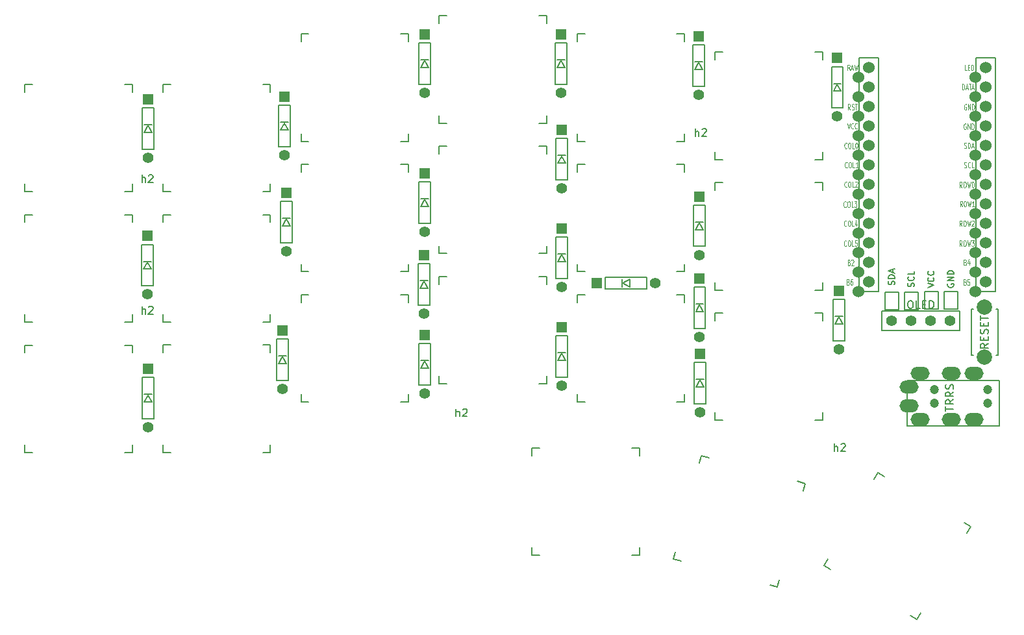
<source format=gto>
G04 #@! TF.GenerationSoftware,KiCad,Pcbnew,(6.0.8-1)-1*
G04 #@! TF.CreationDate,2023-02-26T16:34:21+02:00*
G04 #@! TF.ProjectId,chococorne,63686f63-6f63-46f7-926e-652e6b696361,2.1*
G04 #@! TF.SameCoordinates,Original*
G04 #@! TF.FileFunction,Legend,Top*
G04 #@! TF.FilePolarity,Positive*
%FSLAX46Y46*%
G04 Gerber Fmt 4.6, Leading zero omitted, Abs format (unit mm)*
G04 Created by KiCad (PCBNEW (6.0.8-1)-1) date 2023-02-26 16:34:21*
%MOMM*%
%LPD*%
G01*
G04 APERTURE LIST*
%ADD10C,0.150000*%
%ADD11C,0.125000*%
%ADD12R,1.397000X1.397000*%
%ADD13C,1.397000*%
%ADD14C,1.200000*%
%ADD15O,2.500000X1.700000*%
%ADD16C,1.524000*%
%ADD17C,2.000000*%
G04 APERTURE END LIST*
D10*
X180962380Y-101181904D02*
X180962380Y-100610476D01*
X181962380Y-100896190D02*
X180962380Y-100896190D01*
X181962380Y-99705714D02*
X181486190Y-100039047D01*
X181962380Y-100277142D02*
X180962380Y-100277142D01*
X180962380Y-99896190D01*
X181010000Y-99800952D01*
X181057619Y-99753333D01*
X181152857Y-99705714D01*
X181295714Y-99705714D01*
X181390952Y-99753333D01*
X181438571Y-99800952D01*
X181486190Y-99896190D01*
X181486190Y-100277142D01*
X181962380Y-98705714D02*
X181486190Y-99039047D01*
X181962380Y-99277142D02*
X180962380Y-99277142D01*
X180962380Y-98896190D01*
X181010000Y-98800952D01*
X181057619Y-98753333D01*
X181152857Y-98705714D01*
X181295714Y-98705714D01*
X181390952Y-98753333D01*
X181438571Y-98800952D01*
X181486190Y-98896190D01*
X181486190Y-99277142D01*
X181914761Y-98324761D02*
X181962380Y-98181904D01*
X181962380Y-97943809D01*
X181914761Y-97848571D01*
X181867142Y-97800952D01*
X181771904Y-97753333D01*
X181676666Y-97753333D01*
X181581428Y-97800952D01*
X181533809Y-97848571D01*
X181486190Y-97943809D01*
X181438571Y-98134285D01*
X181390952Y-98229523D01*
X181343333Y-98277142D01*
X181248095Y-98324761D01*
X181152857Y-98324761D01*
X181057619Y-98277142D01*
X181010000Y-98229523D01*
X180962380Y-98134285D01*
X180962380Y-97896190D01*
X181010000Y-97753333D01*
D11*
X168062380Y-66877857D02*
X168038571Y-66913571D01*
X167967142Y-66949285D01*
X167919523Y-66949285D01*
X167848095Y-66913571D01*
X167800476Y-66842142D01*
X167776666Y-66770714D01*
X167752857Y-66627857D01*
X167752857Y-66520714D01*
X167776666Y-66377857D01*
X167800476Y-66306428D01*
X167848095Y-66235000D01*
X167919523Y-66199285D01*
X167967142Y-66199285D01*
X168038571Y-66235000D01*
X168062380Y-66270714D01*
X168371904Y-66199285D02*
X168467142Y-66199285D01*
X168514761Y-66235000D01*
X168562380Y-66306428D01*
X168586190Y-66449285D01*
X168586190Y-66699285D01*
X168562380Y-66842142D01*
X168514761Y-66913571D01*
X168467142Y-66949285D01*
X168371904Y-66949285D01*
X168324285Y-66913571D01*
X168276666Y-66842142D01*
X168252857Y-66699285D01*
X168252857Y-66449285D01*
X168276666Y-66306428D01*
X168324285Y-66235000D01*
X168371904Y-66199285D01*
X169038571Y-66949285D02*
X168800476Y-66949285D01*
X168800476Y-66199285D01*
X169300476Y-66199285D02*
X169348095Y-66199285D01*
X169395714Y-66235000D01*
X169419523Y-66270714D01*
X169443333Y-66342142D01*
X169467142Y-66485000D01*
X169467142Y-66663571D01*
X169443333Y-66806428D01*
X169419523Y-66877857D01*
X169395714Y-66913571D01*
X169348095Y-66949285D01*
X169300476Y-66949285D01*
X169252857Y-66913571D01*
X169229047Y-66877857D01*
X169205238Y-66806428D01*
X169181428Y-66663571D01*
X169181428Y-66485000D01*
X169205238Y-66342142D01*
X169229047Y-66270714D01*
X169252857Y-66235000D01*
X169300476Y-66199285D01*
X183688571Y-56771285D02*
X183450476Y-56771285D01*
X183450476Y-56021285D01*
X183855238Y-56378428D02*
X184021904Y-56378428D01*
X184093333Y-56771285D02*
X183855238Y-56771285D01*
X183855238Y-56021285D01*
X184093333Y-56021285D01*
X184307619Y-56771285D02*
X184307619Y-56021285D01*
X184426666Y-56021285D01*
X184498095Y-56057000D01*
X184545714Y-56128428D01*
X184569523Y-56199857D01*
X184593333Y-56342714D01*
X184593333Y-56449857D01*
X184569523Y-56592714D01*
X184545714Y-56664142D01*
X184498095Y-56735571D01*
X184426666Y-56771285D01*
X184307619Y-56771285D01*
X183590047Y-63740500D02*
X183542428Y-63704785D01*
X183471000Y-63704785D01*
X183399571Y-63740500D01*
X183351952Y-63811928D01*
X183328142Y-63883357D01*
X183304333Y-64026214D01*
X183304333Y-64133357D01*
X183328142Y-64276214D01*
X183351952Y-64347642D01*
X183399571Y-64419071D01*
X183471000Y-64454785D01*
X183518619Y-64454785D01*
X183590047Y-64419071D01*
X183613857Y-64383357D01*
X183613857Y-64133357D01*
X183518619Y-64133357D01*
X183828142Y-64454785D02*
X183828142Y-63704785D01*
X184113857Y-64454785D01*
X184113857Y-63704785D01*
X184351952Y-64454785D02*
X184351952Y-63704785D01*
X184471000Y-63704785D01*
X184542428Y-63740500D01*
X184590047Y-63811928D01*
X184613857Y-63883357D01*
X184637666Y-64026214D01*
X184637666Y-64133357D01*
X184613857Y-64276214D01*
X184590047Y-64347642D01*
X184542428Y-64419071D01*
X184471000Y-64454785D01*
X184351952Y-64454785D01*
X183079047Y-72049285D02*
X182912380Y-71692142D01*
X182793333Y-72049285D02*
X182793333Y-71299285D01*
X182983809Y-71299285D01*
X183031428Y-71335000D01*
X183055238Y-71370714D01*
X183079047Y-71442142D01*
X183079047Y-71549285D01*
X183055238Y-71620714D01*
X183031428Y-71656428D01*
X182983809Y-71692142D01*
X182793333Y-71692142D01*
X183388571Y-71299285D02*
X183483809Y-71299285D01*
X183531428Y-71335000D01*
X183579047Y-71406428D01*
X183602857Y-71549285D01*
X183602857Y-71799285D01*
X183579047Y-71942142D01*
X183531428Y-72013571D01*
X183483809Y-72049285D01*
X183388571Y-72049285D01*
X183340952Y-72013571D01*
X183293333Y-71942142D01*
X183269523Y-71799285D01*
X183269523Y-71549285D01*
X183293333Y-71406428D01*
X183340952Y-71335000D01*
X183388571Y-71299285D01*
X183769523Y-71299285D02*
X183888571Y-72049285D01*
X183983809Y-71513571D01*
X184079047Y-72049285D01*
X184198095Y-71299285D01*
X184483809Y-71299285D02*
X184531428Y-71299285D01*
X184579047Y-71335000D01*
X184602857Y-71370714D01*
X184626666Y-71442142D01*
X184650476Y-71585000D01*
X184650476Y-71763571D01*
X184626666Y-71906428D01*
X184602857Y-71977857D01*
X184579047Y-72013571D01*
X184531428Y-72049285D01*
X184483809Y-72049285D01*
X184436190Y-72013571D01*
X184412380Y-71977857D01*
X184388571Y-71906428D01*
X184364761Y-71763571D01*
X184364761Y-71585000D01*
X184388571Y-71442142D01*
X184412380Y-71370714D01*
X184436190Y-71335000D01*
X184483809Y-71299285D01*
X183110000Y-59299285D02*
X183110000Y-58549285D01*
X183229047Y-58549285D01*
X183300476Y-58585000D01*
X183348095Y-58656428D01*
X183371904Y-58727857D01*
X183395714Y-58870714D01*
X183395714Y-58977857D01*
X183371904Y-59120714D01*
X183348095Y-59192142D01*
X183300476Y-59263571D01*
X183229047Y-59299285D01*
X183110000Y-59299285D01*
X183586190Y-59085000D02*
X183824285Y-59085000D01*
X183538571Y-59299285D02*
X183705238Y-58549285D01*
X183871904Y-59299285D01*
X183967142Y-58549285D02*
X184252857Y-58549285D01*
X184110000Y-59299285D02*
X184110000Y-58549285D01*
X184395714Y-59085000D02*
X184633809Y-59085000D01*
X184348095Y-59299285D02*
X184514761Y-58549285D01*
X184681428Y-59299285D01*
X183079047Y-77099285D02*
X182912380Y-76742142D01*
X182793333Y-77099285D02*
X182793333Y-76349285D01*
X182983809Y-76349285D01*
X183031428Y-76385000D01*
X183055238Y-76420714D01*
X183079047Y-76492142D01*
X183079047Y-76599285D01*
X183055238Y-76670714D01*
X183031428Y-76706428D01*
X182983809Y-76742142D01*
X182793333Y-76742142D01*
X183388571Y-76349285D02*
X183483809Y-76349285D01*
X183531428Y-76385000D01*
X183579047Y-76456428D01*
X183602857Y-76599285D01*
X183602857Y-76849285D01*
X183579047Y-76992142D01*
X183531428Y-77063571D01*
X183483809Y-77099285D01*
X183388571Y-77099285D01*
X183340952Y-77063571D01*
X183293333Y-76992142D01*
X183269523Y-76849285D01*
X183269523Y-76599285D01*
X183293333Y-76456428D01*
X183340952Y-76385000D01*
X183388571Y-76349285D01*
X183769523Y-76349285D02*
X183888571Y-77099285D01*
X183983809Y-76563571D01*
X184079047Y-77099285D01*
X184198095Y-76349285D01*
X184364761Y-76420714D02*
X184388571Y-76385000D01*
X184436190Y-76349285D01*
X184555238Y-76349285D01*
X184602857Y-76385000D01*
X184626666Y-76420714D01*
X184650476Y-76492142D01*
X184650476Y-76563571D01*
X184626666Y-76670714D01*
X184340952Y-77099285D01*
X184650476Y-77099285D01*
X168112380Y-69399857D02*
X168088571Y-69435571D01*
X168017142Y-69471285D01*
X167969523Y-69471285D01*
X167898095Y-69435571D01*
X167850476Y-69364142D01*
X167826666Y-69292714D01*
X167802857Y-69149857D01*
X167802857Y-69042714D01*
X167826666Y-68899857D01*
X167850476Y-68828428D01*
X167898095Y-68757000D01*
X167969523Y-68721285D01*
X168017142Y-68721285D01*
X168088571Y-68757000D01*
X168112380Y-68792714D01*
X168421904Y-68721285D02*
X168517142Y-68721285D01*
X168564761Y-68757000D01*
X168612380Y-68828428D01*
X168636190Y-68971285D01*
X168636190Y-69221285D01*
X168612380Y-69364142D01*
X168564761Y-69435571D01*
X168517142Y-69471285D01*
X168421904Y-69471285D01*
X168374285Y-69435571D01*
X168326666Y-69364142D01*
X168302857Y-69221285D01*
X168302857Y-68971285D01*
X168326666Y-68828428D01*
X168374285Y-68757000D01*
X168421904Y-68721285D01*
X169088571Y-69471285D02*
X168850476Y-69471285D01*
X168850476Y-68721285D01*
X169517142Y-69471285D02*
X169231428Y-69471285D01*
X169374285Y-69471285D02*
X169374285Y-68721285D01*
X169326666Y-68828428D01*
X169279047Y-68899857D01*
X169231428Y-68935571D01*
X183375761Y-69435571D02*
X183447190Y-69471285D01*
X183566238Y-69471285D01*
X183613857Y-69435571D01*
X183637666Y-69399857D01*
X183661476Y-69328428D01*
X183661476Y-69257000D01*
X183637666Y-69185571D01*
X183613857Y-69149857D01*
X183566238Y-69114142D01*
X183471000Y-69078428D01*
X183423380Y-69042714D01*
X183399571Y-69007000D01*
X183375761Y-68935571D01*
X183375761Y-68864142D01*
X183399571Y-68792714D01*
X183423380Y-68757000D01*
X183471000Y-68721285D01*
X183590047Y-68721285D01*
X183661476Y-68757000D01*
X184161476Y-69399857D02*
X184137666Y-69435571D01*
X184066238Y-69471285D01*
X184018619Y-69471285D01*
X183947190Y-69435571D01*
X183899571Y-69364142D01*
X183875761Y-69292714D01*
X183851952Y-69149857D01*
X183851952Y-69042714D01*
X183875761Y-68899857D01*
X183899571Y-68828428D01*
X183947190Y-68757000D01*
X184018619Y-68721285D01*
X184066238Y-68721285D01*
X184137666Y-68757000D01*
X184161476Y-68792714D01*
X184613857Y-69471285D02*
X184375761Y-69471285D01*
X184375761Y-68721285D01*
X168012380Y-79623357D02*
X167988571Y-79659071D01*
X167917142Y-79694785D01*
X167869523Y-79694785D01*
X167798095Y-79659071D01*
X167750476Y-79587642D01*
X167726666Y-79516214D01*
X167702857Y-79373357D01*
X167702857Y-79266214D01*
X167726666Y-79123357D01*
X167750476Y-79051928D01*
X167798095Y-78980500D01*
X167869523Y-78944785D01*
X167917142Y-78944785D01*
X167988571Y-78980500D01*
X168012380Y-79016214D01*
X168321904Y-78944785D02*
X168417142Y-78944785D01*
X168464761Y-78980500D01*
X168512380Y-79051928D01*
X168536190Y-79194785D01*
X168536190Y-79444785D01*
X168512380Y-79587642D01*
X168464761Y-79659071D01*
X168417142Y-79694785D01*
X168321904Y-79694785D01*
X168274285Y-79659071D01*
X168226666Y-79587642D01*
X168202857Y-79444785D01*
X168202857Y-79194785D01*
X168226666Y-79051928D01*
X168274285Y-78980500D01*
X168321904Y-78944785D01*
X168988571Y-79694785D02*
X168750476Y-79694785D01*
X168750476Y-78944785D01*
X169393333Y-78944785D02*
X169155238Y-78944785D01*
X169131428Y-79301928D01*
X169155238Y-79266214D01*
X169202857Y-79230500D01*
X169321904Y-79230500D01*
X169369523Y-79266214D01*
X169393333Y-79301928D01*
X169417142Y-79373357D01*
X169417142Y-79551928D01*
X169393333Y-79623357D01*
X169369523Y-79659071D01*
X169321904Y-79694785D01*
X169202857Y-79694785D01*
X169155238Y-79659071D01*
X169131428Y-79623357D01*
X183590047Y-63740500D02*
X183542428Y-63704785D01*
X183471000Y-63704785D01*
X183399571Y-63740500D01*
X183351952Y-63811928D01*
X183328142Y-63883357D01*
X183304333Y-64026214D01*
X183304333Y-64133357D01*
X183328142Y-64276214D01*
X183351952Y-64347642D01*
X183399571Y-64419071D01*
X183471000Y-64454785D01*
X183518619Y-64454785D01*
X183590047Y-64419071D01*
X183613857Y-64383357D01*
X183613857Y-64133357D01*
X183518619Y-64133357D01*
X183828142Y-64454785D02*
X183828142Y-63704785D01*
X184113857Y-64454785D01*
X184113857Y-63704785D01*
X184351952Y-64454785D02*
X184351952Y-63704785D01*
X184471000Y-63704785D01*
X184542428Y-63740500D01*
X184590047Y-63811928D01*
X184613857Y-63883357D01*
X184637666Y-64026214D01*
X184637666Y-64133357D01*
X184613857Y-64276214D01*
X184590047Y-64347642D01*
X184542428Y-64419071D01*
X184471000Y-64454785D01*
X184351952Y-64454785D01*
X168357619Y-81806428D02*
X168429047Y-81842142D01*
X168452857Y-81877857D01*
X168476666Y-81949285D01*
X168476666Y-82056428D01*
X168452857Y-82127857D01*
X168429047Y-82163571D01*
X168381428Y-82199285D01*
X168190952Y-82199285D01*
X168190952Y-81449285D01*
X168357619Y-81449285D01*
X168405238Y-81485000D01*
X168429047Y-81520714D01*
X168452857Y-81592142D01*
X168452857Y-81663571D01*
X168429047Y-81735000D01*
X168405238Y-81770714D01*
X168357619Y-81806428D01*
X168190952Y-81806428D01*
X168667142Y-81520714D02*
X168690952Y-81485000D01*
X168738571Y-81449285D01*
X168857619Y-81449285D01*
X168905238Y-81485000D01*
X168929047Y-81520714D01*
X168952857Y-81592142D01*
X168952857Y-81663571D01*
X168929047Y-81770714D01*
X168643333Y-82199285D01*
X168952857Y-82199285D01*
X183507619Y-84381928D02*
X183579047Y-84417642D01*
X183602857Y-84453357D01*
X183626666Y-84524785D01*
X183626666Y-84631928D01*
X183602857Y-84703357D01*
X183579047Y-84739071D01*
X183531428Y-84774785D01*
X183340952Y-84774785D01*
X183340952Y-84024785D01*
X183507619Y-84024785D01*
X183555238Y-84060500D01*
X183579047Y-84096214D01*
X183602857Y-84167642D01*
X183602857Y-84239071D01*
X183579047Y-84310500D01*
X183555238Y-84346214D01*
X183507619Y-84381928D01*
X183340952Y-84381928D01*
X184079047Y-84024785D02*
X183840952Y-84024785D01*
X183817142Y-84381928D01*
X183840952Y-84346214D01*
X183888571Y-84310500D01*
X184007619Y-84310500D01*
X184055238Y-84346214D01*
X184079047Y-84381928D01*
X184102857Y-84453357D01*
X184102857Y-84631928D01*
X184079047Y-84703357D01*
X184055238Y-84739071D01*
X184007619Y-84774785D01*
X183888571Y-84774785D01*
X183840952Y-84739071D01*
X183817142Y-84703357D01*
X183129047Y-74551285D02*
X182962380Y-74194142D01*
X182843333Y-74551285D02*
X182843333Y-73801285D01*
X183033809Y-73801285D01*
X183081428Y-73837000D01*
X183105238Y-73872714D01*
X183129047Y-73944142D01*
X183129047Y-74051285D01*
X183105238Y-74122714D01*
X183081428Y-74158428D01*
X183033809Y-74194142D01*
X182843333Y-74194142D01*
X183438571Y-73801285D02*
X183533809Y-73801285D01*
X183581428Y-73837000D01*
X183629047Y-73908428D01*
X183652857Y-74051285D01*
X183652857Y-74301285D01*
X183629047Y-74444142D01*
X183581428Y-74515571D01*
X183533809Y-74551285D01*
X183438571Y-74551285D01*
X183390952Y-74515571D01*
X183343333Y-74444142D01*
X183319523Y-74301285D01*
X183319523Y-74051285D01*
X183343333Y-73908428D01*
X183390952Y-73837000D01*
X183438571Y-73801285D01*
X183819523Y-73801285D02*
X183938571Y-74551285D01*
X184033809Y-74015571D01*
X184129047Y-74551285D01*
X184248095Y-73801285D01*
X184700476Y-74551285D02*
X184414761Y-74551285D01*
X184557619Y-74551285D02*
X184557619Y-73801285D01*
X184510000Y-73908428D01*
X184462380Y-73979857D01*
X184414761Y-74015571D01*
X168520690Y-61914785D02*
X168354023Y-61557642D01*
X168234976Y-61914785D02*
X168234976Y-61164785D01*
X168425452Y-61164785D01*
X168473071Y-61200500D01*
X168496880Y-61236214D01*
X168520690Y-61307642D01*
X168520690Y-61414785D01*
X168496880Y-61486214D01*
X168473071Y-61521928D01*
X168425452Y-61557642D01*
X168234976Y-61557642D01*
X168711166Y-61879071D02*
X168782595Y-61914785D01*
X168901642Y-61914785D01*
X168949261Y-61879071D01*
X168973071Y-61843357D01*
X168996880Y-61771928D01*
X168996880Y-61700500D01*
X168973071Y-61629071D01*
X168949261Y-61593357D01*
X168901642Y-61557642D01*
X168806404Y-61521928D01*
X168758785Y-61486214D01*
X168734976Y-61450500D01*
X168711166Y-61379071D01*
X168711166Y-61307642D01*
X168734976Y-61236214D01*
X168758785Y-61200500D01*
X168806404Y-61164785D01*
X168925452Y-61164785D01*
X168996880Y-61200500D01*
X169139738Y-61164785D02*
X169425452Y-61164785D01*
X169282595Y-61914785D02*
X169282595Y-61164785D01*
X168449261Y-56771285D02*
X168282595Y-56414142D01*
X168163547Y-56771285D02*
X168163547Y-56021285D01*
X168354023Y-56021285D01*
X168401642Y-56057000D01*
X168425452Y-56092714D01*
X168449261Y-56164142D01*
X168449261Y-56271285D01*
X168425452Y-56342714D01*
X168401642Y-56378428D01*
X168354023Y-56414142D01*
X168163547Y-56414142D01*
X168639738Y-56557000D02*
X168877833Y-56557000D01*
X168592119Y-56771285D02*
X168758785Y-56021285D01*
X168925452Y-56771285D01*
X169044500Y-56021285D02*
X169163547Y-56771285D01*
X169258785Y-56235571D01*
X169354023Y-56771285D01*
X169473071Y-56021285D01*
X183507619Y-81778428D02*
X183579047Y-81814142D01*
X183602857Y-81849857D01*
X183626666Y-81921285D01*
X183626666Y-82028428D01*
X183602857Y-82099857D01*
X183579047Y-82135571D01*
X183531428Y-82171285D01*
X183340952Y-82171285D01*
X183340952Y-81421285D01*
X183507619Y-81421285D01*
X183555238Y-81457000D01*
X183579047Y-81492714D01*
X183602857Y-81564142D01*
X183602857Y-81635571D01*
X183579047Y-81707000D01*
X183555238Y-81742714D01*
X183507619Y-81778428D01*
X183340952Y-81778428D01*
X184055238Y-81671285D02*
X184055238Y-82171285D01*
X183936190Y-81385571D02*
X183817142Y-81921285D01*
X184126666Y-81921285D01*
X168127833Y-63641285D02*
X168294500Y-64391285D01*
X168461166Y-63641285D01*
X168913547Y-64319857D02*
X168889738Y-64355571D01*
X168818309Y-64391285D01*
X168770690Y-64391285D01*
X168699261Y-64355571D01*
X168651642Y-64284142D01*
X168627833Y-64212714D01*
X168604023Y-64069857D01*
X168604023Y-63962714D01*
X168627833Y-63819857D01*
X168651642Y-63748428D01*
X168699261Y-63677000D01*
X168770690Y-63641285D01*
X168818309Y-63641285D01*
X168889738Y-63677000D01*
X168913547Y-63712714D01*
X169413547Y-64319857D02*
X169389738Y-64355571D01*
X169318309Y-64391285D01*
X169270690Y-64391285D01*
X169199261Y-64355571D01*
X169151642Y-64284142D01*
X169127833Y-64212714D01*
X169104023Y-64069857D01*
X169104023Y-63962714D01*
X169127833Y-63819857D01*
X169151642Y-63748428D01*
X169199261Y-63677000D01*
X169270690Y-63641285D01*
X169318309Y-63641285D01*
X169389738Y-63677000D01*
X169413547Y-63712714D01*
X183079047Y-79694785D02*
X182912380Y-79337642D01*
X182793333Y-79694785D02*
X182793333Y-78944785D01*
X182983809Y-78944785D01*
X183031428Y-78980500D01*
X183055238Y-79016214D01*
X183079047Y-79087642D01*
X183079047Y-79194785D01*
X183055238Y-79266214D01*
X183031428Y-79301928D01*
X182983809Y-79337642D01*
X182793333Y-79337642D01*
X183388571Y-78944785D02*
X183483809Y-78944785D01*
X183531428Y-78980500D01*
X183579047Y-79051928D01*
X183602857Y-79194785D01*
X183602857Y-79444785D01*
X183579047Y-79587642D01*
X183531428Y-79659071D01*
X183483809Y-79694785D01*
X183388571Y-79694785D01*
X183340952Y-79659071D01*
X183293333Y-79587642D01*
X183269523Y-79444785D01*
X183269523Y-79194785D01*
X183293333Y-79051928D01*
X183340952Y-78980500D01*
X183388571Y-78944785D01*
X183769523Y-78944785D02*
X183888571Y-79694785D01*
X183983809Y-79159071D01*
X184079047Y-79694785D01*
X184198095Y-78944785D01*
X184340952Y-78944785D02*
X184650476Y-78944785D01*
X184483809Y-79230500D01*
X184555238Y-79230500D01*
X184602857Y-79266214D01*
X184626666Y-79301928D01*
X184650476Y-79373357D01*
X184650476Y-79551928D01*
X184626666Y-79623357D01*
X184602857Y-79659071D01*
X184555238Y-79694785D01*
X184412380Y-79694785D01*
X184364761Y-79659071D01*
X184340952Y-79623357D01*
X167962380Y-74527857D02*
X167938571Y-74563571D01*
X167867142Y-74599285D01*
X167819523Y-74599285D01*
X167748095Y-74563571D01*
X167700476Y-74492142D01*
X167676666Y-74420714D01*
X167652857Y-74277857D01*
X167652857Y-74170714D01*
X167676666Y-74027857D01*
X167700476Y-73956428D01*
X167748095Y-73885000D01*
X167819523Y-73849285D01*
X167867142Y-73849285D01*
X167938571Y-73885000D01*
X167962380Y-73920714D01*
X168271904Y-73849285D02*
X168367142Y-73849285D01*
X168414761Y-73885000D01*
X168462380Y-73956428D01*
X168486190Y-74099285D01*
X168486190Y-74349285D01*
X168462380Y-74492142D01*
X168414761Y-74563571D01*
X168367142Y-74599285D01*
X168271904Y-74599285D01*
X168224285Y-74563571D01*
X168176666Y-74492142D01*
X168152857Y-74349285D01*
X168152857Y-74099285D01*
X168176666Y-73956428D01*
X168224285Y-73885000D01*
X168271904Y-73849285D01*
X168938571Y-74599285D02*
X168700476Y-74599285D01*
X168700476Y-73849285D01*
X169057619Y-73849285D02*
X169367142Y-73849285D01*
X169200476Y-74135000D01*
X169271904Y-74135000D01*
X169319523Y-74170714D01*
X169343333Y-74206428D01*
X169367142Y-74277857D01*
X169367142Y-74456428D01*
X169343333Y-74527857D01*
X169319523Y-74563571D01*
X169271904Y-74599285D01*
X169129047Y-74599285D01*
X169081428Y-74563571D01*
X169057619Y-74527857D01*
X183363857Y-66895571D02*
X183435285Y-66931285D01*
X183554333Y-66931285D01*
X183601952Y-66895571D01*
X183625761Y-66859857D01*
X183649571Y-66788428D01*
X183649571Y-66717000D01*
X183625761Y-66645571D01*
X183601952Y-66609857D01*
X183554333Y-66574142D01*
X183459095Y-66538428D01*
X183411476Y-66502714D01*
X183387666Y-66467000D01*
X183363857Y-66395571D01*
X183363857Y-66324142D01*
X183387666Y-66252714D01*
X183411476Y-66217000D01*
X183459095Y-66181285D01*
X183578142Y-66181285D01*
X183649571Y-66217000D01*
X183863857Y-66931285D02*
X183863857Y-66181285D01*
X183982904Y-66181285D01*
X184054333Y-66217000D01*
X184101952Y-66288428D01*
X184125761Y-66359857D01*
X184149571Y-66502714D01*
X184149571Y-66609857D01*
X184125761Y-66752714D01*
X184101952Y-66824142D01*
X184054333Y-66895571D01*
X183982904Y-66931285D01*
X183863857Y-66931285D01*
X184340047Y-66717000D02*
X184578142Y-66717000D01*
X184292428Y-66931285D02*
X184459095Y-66181285D01*
X184625761Y-66931285D01*
X168062380Y-71939857D02*
X168038571Y-71975571D01*
X167967142Y-72011285D01*
X167919523Y-72011285D01*
X167848095Y-71975571D01*
X167800476Y-71904142D01*
X167776666Y-71832714D01*
X167752857Y-71689857D01*
X167752857Y-71582714D01*
X167776666Y-71439857D01*
X167800476Y-71368428D01*
X167848095Y-71297000D01*
X167919523Y-71261285D01*
X167967142Y-71261285D01*
X168038571Y-71297000D01*
X168062380Y-71332714D01*
X168371904Y-71261285D02*
X168467142Y-71261285D01*
X168514761Y-71297000D01*
X168562380Y-71368428D01*
X168586190Y-71511285D01*
X168586190Y-71761285D01*
X168562380Y-71904142D01*
X168514761Y-71975571D01*
X168467142Y-72011285D01*
X168371904Y-72011285D01*
X168324285Y-71975571D01*
X168276666Y-71904142D01*
X168252857Y-71761285D01*
X168252857Y-71511285D01*
X168276666Y-71368428D01*
X168324285Y-71297000D01*
X168371904Y-71261285D01*
X169038571Y-72011285D02*
X168800476Y-72011285D01*
X168800476Y-71261285D01*
X169181428Y-71332714D02*
X169205238Y-71297000D01*
X169252857Y-71261285D01*
X169371904Y-71261285D01*
X169419523Y-71297000D01*
X169443333Y-71332714D01*
X169467142Y-71404142D01*
X169467142Y-71475571D01*
X169443333Y-71582714D01*
X169157619Y-72011285D01*
X169467142Y-72011285D01*
X168012380Y-77027857D02*
X167988571Y-77063571D01*
X167917142Y-77099285D01*
X167869523Y-77099285D01*
X167798095Y-77063571D01*
X167750476Y-76992142D01*
X167726666Y-76920714D01*
X167702857Y-76777857D01*
X167702857Y-76670714D01*
X167726666Y-76527857D01*
X167750476Y-76456428D01*
X167798095Y-76385000D01*
X167869523Y-76349285D01*
X167917142Y-76349285D01*
X167988571Y-76385000D01*
X168012380Y-76420714D01*
X168321904Y-76349285D02*
X168417142Y-76349285D01*
X168464761Y-76385000D01*
X168512380Y-76456428D01*
X168536190Y-76599285D01*
X168536190Y-76849285D01*
X168512380Y-76992142D01*
X168464761Y-77063571D01*
X168417142Y-77099285D01*
X168321904Y-77099285D01*
X168274285Y-77063571D01*
X168226666Y-76992142D01*
X168202857Y-76849285D01*
X168202857Y-76599285D01*
X168226666Y-76456428D01*
X168274285Y-76385000D01*
X168321904Y-76349285D01*
X168988571Y-77099285D02*
X168750476Y-77099285D01*
X168750476Y-76349285D01*
X169369523Y-76599285D02*
X169369523Y-77099285D01*
X169250476Y-76313571D02*
X169131428Y-76849285D01*
X169440952Y-76849285D01*
X183653547Y-61200500D02*
X183605928Y-61164785D01*
X183534500Y-61164785D01*
X183463071Y-61200500D01*
X183415452Y-61271928D01*
X183391642Y-61343357D01*
X183367833Y-61486214D01*
X183367833Y-61593357D01*
X183391642Y-61736214D01*
X183415452Y-61807642D01*
X183463071Y-61879071D01*
X183534500Y-61914785D01*
X183582119Y-61914785D01*
X183653547Y-61879071D01*
X183677357Y-61843357D01*
X183677357Y-61593357D01*
X183582119Y-61593357D01*
X183891642Y-61914785D02*
X183891642Y-61164785D01*
X184177357Y-61914785D01*
X184177357Y-61164785D01*
X184415452Y-61914785D02*
X184415452Y-61164785D01*
X184534500Y-61164785D01*
X184605928Y-61200500D01*
X184653547Y-61271928D01*
X184677357Y-61343357D01*
X184701166Y-61486214D01*
X184701166Y-61593357D01*
X184677357Y-61736214D01*
X184653547Y-61807642D01*
X184605928Y-61879071D01*
X184534500Y-61914785D01*
X184415452Y-61914785D01*
X168257619Y-84356428D02*
X168329047Y-84392142D01*
X168352857Y-84427857D01*
X168376666Y-84499285D01*
X168376666Y-84606428D01*
X168352857Y-84677857D01*
X168329047Y-84713571D01*
X168281428Y-84749285D01*
X168090952Y-84749285D01*
X168090952Y-83999285D01*
X168257619Y-83999285D01*
X168305238Y-84035000D01*
X168329047Y-84070714D01*
X168352857Y-84142142D01*
X168352857Y-84213571D01*
X168329047Y-84285000D01*
X168305238Y-84320714D01*
X168257619Y-84356428D01*
X168090952Y-84356428D01*
X168805238Y-83999285D02*
X168710000Y-83999285D01*
X168662380Y-84035000D01*
X168638571Y-84070714D01*
X168590952Y-84177857D01*
X168567142Y-84320714D01*
X168567142Y-84606428D01*
X168590952Y-84677857D01*
X168614761Y-84713571D01*
X168662380Y-84749285D01*
X168757619Y-84749285D01*
X168805238Y-84713571D01*
X168829047Y-84677857D01*
X168852857Y-84606428D01*
X168852857Y-84427857D01*
X168829047Y-84356428D01*
X168805238Y-84320714D01*
X168757619Y-84285000D01*
X168662380Y-84285000D01*
X168614761Y-84320714D01*
X168590952Y-84356428D01*
X168567142Y-84427857D01*
D10*
X178624895Y-85069733D02*
X179437695Y-84798800D01*
X178624895Y-84527866D01*
X179360285Y-83792476D02*
X179398990Y-83831180D01*
X179437695Y-83947295D01*
X179437695Y-84024704D01*
X179398990Y-84140819D01*
X179321580Y-84218228D01*
X179244171Y-84256933D01*
X179089352Y-84295638D01*
X178973238Y-84295638D01*
X178818419Y-84256933D01*
X178741009Y-84218228D01*
X178663600Y-84140819D01*
X178624895Y-84024704D01*
X178624895Y-83947295D01*
X178663600Y-83831180D01*
X178702304Y-83792476D01*
X179360285Y-82979676D02*
X179398990Y-83018380D01*
X179437695Y-83134495D01*
X179437695Y-83211904D01*
X179398990Y-83328019D01*
X179321580Y-83405428D01*
X179244171Y-83444133D01*
X179089352Y-83482838D01*
X178973238Y-83482838D01*
X178818419Y-83444133D01*
X178741009Y-83405428D01*
X178663600Y-83328019D01*
X178624895Y-83211904D01*
X178624895Y-83134495D01*
X178663600Y-83018380D01*
X178702304Y-82979676D01*
X176277619Y-86792380D02*
X176468095Y-86792380D01*
X176563333Y-86840000D01*
X176658571Y-86935238D01*
X176706190Y-87125714D01*
X176706190Y-87459047D01*
X176658571Y-87649523D01*
X176563333Y-87744761D01*
X176468095Y-87792380D01*
X176277619Y-87792380D01*
X176182380Y-87744761D01*
X176087142Y-87649523D01*
X176039523Y-87459047D01*
X176039523Y-87125714D01*
X176087142Y-86935238D01*
X176182380Y-86840000D01*
X176277619Y-86792380D01*
X177610952Y-87792380D02*
X177134761Y-87792380D01*
X177134761Y-86792380D01*
X177944285Y-87268571D02*
X178277619Y-87268571D01*
X178420476Y-87792380D02*
X177944285Y-87792380D01*
X177944285Y-86792380D01*
X178420476Y-86792380D01*
X178849047Y-87792380D02*
X178849047Y-86792380D01*
X179087142Y-86792380D01*
X179230000Y-86840000D01*
X179325238Y-86935238D01*
X179372857Y-87030476D01*
X179420476Y-87220952D01*
X179420476Y-87363809D01*
X179372857Y-87554285D01*
X179325238Y-87649523D01*
X179230000Y-87744761D01*
X179087142Y-87792380D01*
X178849047Y-87792380D01*
X176798990Y-84973619D02*
X176837695Y-84857504D01*
X176837695Y-84663980D01*
X176798990Y-84586571D01*
X176760285Y-84547866D01*
X176682876Y-84509161D01*
X176605466Y-84509161D01*
X176528057Y-84547866D01*
X176489352Y-84586571D01*
X176450647Y-84663980D01*
X176411942Y-84818800D01*
X176373238Y-84896209D01*
X176334533Y-84934914D01*
X176257123Y-84973619D01*
X176179714Y-84973619D01*
X176102304Y-84934914D01*
X176063600Y-84896209D01*
X176024895Y-84818800D01*
X176024895Y-84625276D01*
X176063600Y-84509161D01*
X176760285Y-83696361D02*
X176798990Y-83735066D01*
X176837695Y-83851180D01*
X176837695Y-83928590D01*
X176798990Y-84044704D01*
X176721580Y-84122114D01*
X176644171Y-84160819D01*
X176489352Y-84199523D01*
X176373238Y-84199523D01*
X176218419Y-84160819D01*
X176141009Y-84122114D01*
X176063600Y-84044704D01*
X176024895Y-83928590D01*
X176024895Y-83851180D01*
X176063600Y-83735066D01*
X176102304Y-83696361D01*
X176837695Y-82960971D02*
X176837695Y-83348019D01*
X176024895Y-83348019D01*
X174258990Y-84713333D02*
X174297695Y-84597219D01*
X174297695Y-84403695D01*
X174258990Y-84326285D01*
X174220285Y-84287580D01*
X174142876Y-84248876D01*
X174065466Y-84248876D01*
X173988057Y-84287580D01*
X173949352Y-84326285D01*
X173910647Y-84403695D01*
X173871942Y-84558514D01*
X173833238Y-84635923D01*
X173794533Y-84674628D01*
X173717123Y-84713333D01*
X173639714Y-84713333D01*
X173562304Y-84674628D01*
X173523600Y-84635923D01*
X173484895Y-84558514D01*
X173484895Y-84364990D01*
X173523600Y-84248876D01*
X174297695Y-83900533D02*
X173484895Y-83900533D01*
X173484895Y-83707009D01*
X173523600Y-83590895D01*
X173601009Y-83513485D01*
X173678419Y-83474780D01*
X173833238Y-83436076D01*
X173949352Y-83436076D01*
X174104171Y-83474780D01*
X174181580Y-83513485D01*
X174258990Y-83590895D01*
X174297695Y-83707009D01*
X174297695Y-83900533D01*
X174065466Y-83126438D02*
X174065466Y-82739390D01*
X174297695Y-83203847D02*
X173484895Y-82932914D01*
X174297695Y-82661980D01*
X181233600Y-84595676D02*
X181194895Y-84673085D01*
X181194895Y-84789200D01*
X181233600Y-84905314D01*
X181311009Y-84982723D01*
X181388419Y-85021428D01*
X181543238Y-85060133D01*
X181659352Y-85060133D01*
X181814171Y-85021428D01*
X181891580Y-84982723D01*
X181968990Y-84905314D01*
X182007695Y-84789200D01*
X182007695Y-84711790D01*
X181968990Y-84595676D01*
X181930285Y-84556971D01*
X181659352Y-84556971D01*
X181659352Y-84711790D01*
X182007695Y-84208628D02*
X181194895Y-84208628D01*
X182007695Y-83744171D01*
X181194895Y-83744171D01*
X182007695Y-83357123D02*
X181194895Y-83357123D01*
X181194895Y-83163600D01*
X181233600Y-83047485D01*
X181311009Y-82970076D01*
X181388419Y-82931371D01*
X181543238Y-82892666D01*
X181659352Y-82892666D01*
X181814171Y-82931371D01*
X181891580Y-82970076D01*
X181968990Y-83047485D01*
X182007695Y-83163600D01*
X182007695Y-83357123D01*
X186482380Y-92382380D02*
X186006190Y-92715714D01*
X186482380Y-92953809D02*
X185482380Y-92953809D01*
X185482380Y-92572857D01*
X185530000Y-92477619D01*
X185577619Y-92430000D01*
X185672857Y-92382380D01*
X185815714Y-92382380D01*
X185910952Y-92430000D01*
X185958571Y-92477619D01*
X186006190Y-92572857D01*
X186006190Y-92953809D01*
X185958571Y-91953809D02*
X185958571Y-91620476D01*
X186482380Y-91477619D02*
X186482380Y-91953809D01*
X185482380Y-91953809D01*
X185482380Y-91477619D01*
X186434761Y-91096666D02*
X186482380Y-90953809D01*
X186482380Y-90715714D01*
X186434761Y-90620476D01*
X186387142Y-90572857D01*
X186291904Y-90525238D01*
X186196666Y-90525238D01*
X186101428Y-90572857D01*
X186053809Y-90620476D01*
X186006190Y-90715714D01*
X185958571Y-90906190D01*
X185910952Y-91001428D01*
X185863333Y-91049047D01*
X185768095Y-91096666D01*
X185672857Y-91096666D01*
X185577619Y-91049047D01*
X185530000Y-91001428D01*
X185482380Y-90906190D01*
X185482380Y-90668095D01*
X185530000Y-90525238D01*
X185958571Y-90096666D02*
X185958571Y-89763333D01*
X186482380Y-89620476D02*
X186482380Y-90096666D01*
X185482380Y-90096666D01*
X185482380Y-89620476D01*
X185482380Y-89334761D02*
X185482380Y-88763333D01*
X186482380Y-89049047D02*
X185482380Y-89049047D01*
X148334523Y-65377380D02*
X148334523Y-64377380D01*
X148763095Y-65377380D02*
X148763095Y-64853571D01*
X148715476Y-64758333D01*
X148620238Y-64710714D01*
X148477380Y-64710714D01*
X148382142Y-64758333D01*
X148334523Y-64805952D01*
X149191666Y-64472619D02*
X149239285Y-64425000D01*
X149334523Y-64377380D01*
X149572619Y-64377380D01*
X149667857Y-64425000D01*
X149715476Y-64472619D01*
X149763095Y-64567857D01*
X149763095Y-64663095D01*
X149715476Y-64805952D01*
X149144047Y-65377380D01*
X149763095Y-65377380D01*
X76179523Y-71402380D02*
X76179523Y-70402380D01*
X76608095Y-71402380D02*
X76608095Y-70878571D01*
X76560476Y-70783333D01*
X76465238Y-70735714D01*
X76322380Y-70735714D01*
X76227142Y-70783333D01*
X76179523Y-70830952D01*
X77036666Y-70497619D02*
X77084285Y-70450000D01*
X77179523Y-70402380D01*
X77417619Y-70402380D01*
X77512857Y-70450000D01*
X77560476Y-70497619D01*
X77608095Y-70592857D01*
X77608095Y-70688095D01*
X77560476Y-70830952D01*
X76989047Y-71402380D01*
X77608095Y-71402380D01*
X117129523Y-101902380D02*
X117129523Y-100902380D01*
X117558095Y-101902380D02*
X117558095Y-101378571D01*
X117510476Y-101283333D01*
X117415238Y-101235714D01*
X117272380Y-101235714D01*
X117177142Y-101283333D01*
X117129523Y-101330952D01*
X117986666Y-100997619D02*
X118034285Y-100950000D01*
X118129523Y-100902380D01*
X118367619Y-100902380D01*
X118462857Y-100950000D01*
X118510476Y-100997619D01*
X118558095Y-101092857D01*
X118558095Y-101188095D01*
X118510476Y-101330952D01*
X117939047Y-101902380D01*
X118558095Y-101902380D01*
X166449523Y-106452380D02*
X166449523Y-105452380D01*
X166878095Y-106452380D02*
X166878095Y-105928571D01*
X166830476Y-105833333D01*
X166735238Y-105785714D01*
X166592380Y-105785714D01*
X166497142Y-105833333D01*
X166449523Y-105880952D01*
X167306666Y-105547619D02*
X167354285Y-105500000D01*
X167449523Y-105452380D01*
X167687619Y-105452380D01*
X167782857Y-105500000D01*
X167830476Y-105547619D01*
X167878095Y-105642857D01*
X167878095Y-105738095D01*
X167830476Y-105880952D01*
X167259047Y-106452380D01*
X167878095Y-106452380D01*
X76179523Y-88542380D02*
X76179523Y-87542380D01*
X76608095Y-88542380D02*
X76608095Y-88018571D01*
X76560476Y-87923333D01*
X76465238Y-87875714D01*
X76322380Y-87875714D01*
X76227142Y-87923333D01*
X76179523Y-87970952D01*
X77036666Y-87637619D02*
X77084285Y-87590000D01*
X77179523Y-87542380D01*
X77417619Y-87542380D01*
X77512857Y-87590000D01*
X77560476Y-87637619D01*
X77608095Y-87732857D01*
X77608095Y-87828095D01*
X77560476Y-87970952D01*
X76989047Y-88542380D01*
X77608095Y-88542380D01*
X94000000Y-66740000D02*
X95500000Y-66740000D01*
X95250000Y-64540000D02*
X94250000Y-64540000D01*
X94750000Y-63640000D02*
X95250000Y-64540000D01*
X94250000Y-64540000D02*
X94750000Y-63640000D01*
X94000000Y-61340000D02*
X94000000Y-66740000D01*
X95500000Y-66740000D02*
X95500000Y-61340000D01*
X95250000Y-63540000D02*
X94250000Y-63540000D01*
X95500000Y-61340000D02*
X94000000Y-61340000D01*
X113530000Y-55380000D02*
X112530000Y-55380000D01*
X112280000Y-58580000D02*
X113780000Y-58580000D01*
X113780000Y-58580000D02*
X113780000Y-53180000D01*
X113530000Y-56380000D02*
X112530000Y-56380000D01*
X112280000Y-53180000D02*
X112280000Y-58580000D01*
X113780000Y-53180000D02*
X112280000Y-53180000D01*
X112530000Y-56380000D02*
X113030000Y-55480000D01*
X113030000Y-55480000D02*
X113530000Y-56380000D01*
X130310000Y-56380000D02*
X130810000Y-55480000D01*
X130060000Y-58580000D02*
X131560000Y-58580000D01*
X130810000Y-55480000D02*
X131310000Y-56380000D01*
X131310000Y-55380000D02*
X130310000Y-55380000D01*
X131560000Y-53180000D02*
X130060000Y-53180000D01*
X130060000Y-53180000D02*
X130060000Y-58580000D01*
X131560000Y-58580000D02*
X131560000Y-53180000D01*
X131310000Y-56380000D02*
X130310000Y-56380000D01*
X149525000Y-58825000D02*
X149525000Y-53425000D01*
X148025000Y-53425000D02*
X148025000Y-58825000D01*
X148025000Y-58825000D02*
X149525000Y-58825000D01*
X148275000Y-56625000D02*
X148775000Y-55725000D01*
X149275000Y-56625000D02*
X148275000Y-56625000D01*
X149525000Y-53425000D02*
X148025000Y-53425000D01*
X149275000Y-55625000D02*
X148275000Y-55625000D01*
X148775000Y-55725000D02*
X149275000Y-56625000D01*
X149350000Y-77525000D02*
X148350000Y-77525000D01*
X148850000Y-76625000D02*
X149350000Y-77525000D01*
X149600000Y-74325000D02*
X148100000Y-74325000D01*
X148350000Y-77525000D02*
X148850000Y-76625000D01*
X149600000Y-79725000D02*
X149600000Y-74325000D01*
X148100000Y-74325000D02*
X148100000Y-79725000D01*
X148100000Y-79725000D02*
X149600000Y-79725000D01*
X149350000Y-76525000D02*
X148350000Y-76525000D01*
X94980000Y-76140000D02*
X95480000Y-77040000D01*
X94230000Y-73840000D02*
X94230000Y-79240000D01*
X95480000Y-77040000D02*
X94480000Y-77040000D01*
X95730000Y-79240000D02*
X95730000Y-73840000D01*
X95730000Y-73840000D02*
X94230000Y-73840000D01*
X94480000Y-77040000D02*
X94980000Y-76140000D01*
X94230000Y-79240000D02*
X95730000Y-79240000D01*
X95480000Y-76040000D02*
X94480000Y-76040000D01*
X112530000Y-74525000D02*
X113030000Y-73625000D01*
X113530000Y-73525000D02*
X112530000Y-73525000D01*
X112280000Y-76725000D02*
X113780000Y-76725000D01*
X113780000Y-71325000D02*
X112280000Y-71325000D01*
X112280000Y-71325000D02*
X112280000Y-76725000D01*
X113030000Y-73625000D02*
X113530000Y-74525000D01*
X113780000Y-76725000D02*
X113780000Y-71325000D01*
X113530000Y-74525000D02*
X112530000Y-74525000D01*
X130420000Y-68860000D02*
X130920000Y-67960000D01*
X131670000Y-71060000D02*
X131670000Y-65660000D01*
X131670000Y-65660000D02*
X130170000Y-65660000D01*
X131420000Y-67860000D02*
X130420000Y-67860000D01*
X130170000Y-71060000D02*
X131670000Y-71060000D01*
X130920000Y-67960000D02*
X131420000Y-68860000D01*
X130170000Y-65660000D02*
X130170000Y-71060000D01*
X131420000Y-68860000D02*
X130420000Y-68860000D01*
X167325000Y-58475000D02*
X166325000Y-58475000D01*
X166075000Y-56275000D02*
X166075000Y-61675000D01*
X166075000Y-61675000D02*
X167575000Y-61675000D01*
X166325000Y-59475000D02*
X166825000Y-58575000D01*
X167575000Y-56275000D02*
X166075000Y-56275000D01*
X167325000Y-59475000D02*
X166325000Y-59475000D01*
X167575000Y-61675000D02*
X167575000Y-56275000D01*
X166825000Y-58575000D02*
X167325000Y-59475000D01*
X148125000Y-85000000D02*
X148125000Y-90400000D01*
X149625000Y-85000000D02*
X148125000Y-85000000D01*
X148875000Y-87300000D02*
X149375000Y-88200000D01*
X148375000Y-88200000D02*
X148875000Y-87300000D01*
X149375000Y-87200000D02*
X148375000Y-87200000D01*
X149375000Y-88200000D02*
X148375000Y-88200000D01*
X149625000Y-90400000D02*
X149625000Y-85000000D01*
X148125000Y-90400000D02*
X149625000Y-90400000D01*
X95230000Y-97175000D02*
X95230000Y-91775000D01*
X94480000Y-94075000D02*
X94980000Y-94975000D01*
X93980000Y-94975000D02*
X94480000Y-94075000D01*
X93730000Y-97175000D02*
X95230000Y-97175000D01*
X94980000Y-93975000D02*
X93980000Y-93975000D01*
X93730000Y-91775000D02*
X93730000Y-97175000D01*
X94980000Y-94975000D02*
X93980000Y-94975000D01*
X95230000Y-91775000D02*
X93730000Y-91775000D01*
X112200000Y-81975000D02*
X112200000Y-87375000D01*
X112450000Y-85175000D02*
X112950000Y-84275000D01*
X112200000Y-87375000D02*
X113700000Y-87375000D01*
X113450000Y-84175000D02*
X112450000Y-84175000D01*
X113700000Y-81975000D02*
X112200000Y-81975000D01*
X112950000Y-84275000D02*
X113450000Y-85175000D01*
X113700000Y-87375000D02*
X113700000Y-81975000D01*
X113450000Y-85175000D02*
X112450000Y-85175000D01*
X131640000Y-78480000D02*
X130140000Y-78480000D01*
X131390000Y-80680000D02*
X130390000Y-80680000D01*
X131640000Y-83880000D02*
X131640000Y-78480000D01*
X130140000Y-83880000D02*
X131640000Y-83880000D01*
X130140000Y-78480000D02*
X130140000Y-83880000D01*
X130390000Y-81680000D02*
X130890000Y-80780000D01*
X130890000Y-80780000D02*
X131390000Y-81680000D01*
X131390000Y-81680000D02*
X130390000Y-81680000D01*
X167800000Y-86650000D02*
X166300000Y-86650000D01*
X166300000Y-86650000D02*
X166300000Y-92050000D01*
X166550000Y-89850000D02*
X167050000Y-88950000D01*
X167550000Y-89850000D02*
X166550000Y-89850000D01*
X166300000Y-92050000D02*
X167800000Y-92050000D01*
X167800000Y-92050000D02*
X167800000Y-86650000D01*
X167050000Y-88950000D02*
X167550000Y-89850000D01*
X167550000Y-88850000D02*
X166550000Y-88850000D01*
X149700000Y-94850000D02*
X148200000Y-94850000D01*
X149450000Y-97050000D02*
X148450000Y-97050000D01*
X148200000Y-100250000D02*
X149700000Y-100250000D01*
X148450000Y-98050000D02*
X148950000Y-97150000D01*
X148950000Y-97150000D02*
X149450000Y-98050000D01*
X148200000Y-94850000D02*
X148200000Y-100250000D01*
X149450000Y-98050000D02*
X148450000Y-98050000D01*
X149700000Y-100250000D02*
X149700000Y-94850000D01*
X139770000Y-84980000D02*
X138870000Y-84480000D01*
X139770000Y-83980000D02*
X139770000Y-84980000D01*
X141970000Y-85230000D02*
X141970000Y-83730000D01*
X141970000Y-83730000D02*
X136570000Y-83730000D01*
X136570000Y-85230000D02*
X141970000Y-85230000D01*
X138770000Y-83980000D02*
X138770000Y-84980000D01*
X138870000Y-84480000D02*
X139770000Y-83980000D01*
X136570000Y-83730000D02*
X136570000Y-85230000D01*
X130410000Y-94570000D02*
X130910000Y-93670000D01*
X131660000Y-91370000D02*
X130160000Y-91370000D01*
X130160000Y-91370000D02*
X130160000Y-96770000D01*
X130910000Y-93670000D02*
X131410000Y-94570000D01*
X130160000Y-96770000D02*
X131660000Y-96770000D01*
X131410000Y-94570000D02*
X130410000Y-94570000D01*
X131410000Y-93570000D02*
X130410000Y-93570000D01*
X131660000Y-96770000D02*
X131660000Y-91370000D01*
X113500000Y-94600000D02*
X112500000Y-94600000D01*
X113500000Y-95600000D02*
X112500000Y-95600000D01*
X113750000Y-92400000D02*
X112250000Y-92400000D01*
X112250000Y-92400000D02*
X112250000Y-97800000D01*
X112250000Y-97800000D02*
X113750000Y-97800000D01*
X113000000Y-94700000D02*
X113500000Y-95600000D01*
X112500000Y-95600000D02*
X113000000Y-94700000D01*
X113750000Y-97800000D02*
X113750000Y-92400000D01*
X175960000Y-97170000D02*
X187960000Y-97170000D01*
X187960000Y-103170000D02*
X175960000Y-103170000D01*
X175960000Y-103170000D02*
X175960000Y-97170000D01*
X187960000Y-97170000D02*
X187960000Y-103170000D01*
X79910000Y-72580000D02*
X78910000Y-72580000D01*
X78910000Y-59580000D02*
X78910000Y-58580000D01*
X91910000Y-58580000D02*
X92910000Y-58580000D01*
X92910000Y-71580000D02*
X92910000Y-72580000D01*
X92910000Y-72580000D02*
X91910000Y-72580000D01*
X78910000Y-72580000D02*
X78910000Y-71580000D01*
X92910000Y-58580000D02*
X92910000Y-59580000D01*
X78910000Y-58580000D02*
X79910000Y-58580000D01*
X96910000Y-66020000D02*
X96910000Y-65020000D01*
X97910000Y-66020000D02*
X96910000Y-66020000D01*
X96910000Y-52020000D02*
X97910000Y-52020000D01*
X109910000Y-52020000D02*
X110910000Y-52020000D01*
X96910000Y-53020000D02*
X96910000Y-52020000D01*
X110910000Y-66020000D02*
X109910000Y-66020000D01*
X110910000Y-65020000D02*
X110910000Y-66020000D01*
X110910000Y-52020000D02*
X110910000Y-53020000D01*
X115910000Y-63660000D02*
X114910000Y-63660000D01*
X128910000Y-62660000D02*
X128910000Y-63660000D01*
X127910000Y-49660000D02*
X128910000Y-49660000D01*
X128910000Y-63660000D02*
X127910000Y-63660000D01*
X114910000Y-50660000D02*
X114910000Y-49660000D01*
X128910000Y-49660000D02*
X128910000Y-50660000D01*
X114910000Y-63660000D02*
X114910000Y-62660000D01*
X114910000Y-49660000D02*
X115910000Y-49660000D01*
X145910000Y-52020000D02*
X146910000Y-52020000D01*
X132910000Y-52020000D02*
X133910000Y-52020000D01*
X146910000Y-65020000D02*
X146910000Y-66020000D01*
X146910000Y-52020000D02*
X146910000Y-53020000D01*
X133910000Y-66020000D02*
X132910000Y-66020000D01*
X132910000Y-53020000D02*
X132910000Y-52020000D01*
X146910000Y-66020000D02*
X145910000Y-66020000D01*
X132910000Y-66020000D02*
X132910000Y-65020000D01*
X164910000Y-68400000D02*
X163910000Y-68400000D01*
X164910000Y-67400000D02*
X164910000Y-68400000D01*
X163910000Y-54400000D02*
X164910000Y-54400000D01*
X150910000Y-54400000D02*
X151910000Y-54400000D01*
X150910000Y-55400000D02*
X150910000Y-54400000D01*
X151910000Y-68400000D02*
X150910000Y-68400000D01*
X164910000Y-54400000D02*
X164910000Y-55400000D01*
X150910000Y-68400000D02*
X150910000Y-67400000D01*
X92910000Y-89580000D02*
X91910000Y-89580000D01*
X78910000Y-76580000D02*
X78910000Y-75580000D01*
X92910000Y-75580000D02*
X92910000Y-76580000D01*
X91910000Y-75580000D02*
X92910000Y-75580000D01*
X78910000Y-75580000D02*
X79910000Y-75580000D01*
X79910000Y-89580000D02*
X78910000Y-89580000D01*
X78910000Y-89580000D02*
X78910000Y-88580000D01*
X92910000Y-88580000D02*
X92910000Y-89580000D01*
X110910000Y-69020000D02*
X110910000Y-70020000D01*
X109910000Y-69020000D02*
X110910000Y-69020000D01*
X96910000Y-83020000D02*
X96910000Y-82020000D01*
X110910000Y-83020000D02*
X109910000Y-83020000D01*
X96910000Y-69020000D02*
X97910000Y-69020000D01*
X96910000Y-70020000D02*
X96910000Y-69020000D01*
X110910000Y-82020000D02*
X110910000Y-83020000D01*
X97910000Y-83020000D02*
X96910000Y-83020000D01*
X114910000Y-67650000D02*
X114910000Y-66650000D01*
X128910000Y-80650000D02*
X127910000Y-80650000D01*
X127910000Y-66650000D02*
X128910000Y-66650000D01*
X128910000Y-66650000D02*
X128910000Y-67650000D01*
X114910000Y-80650000D02*
X114910000Y-79650000D01*
X115910000Y-80650000D02*
X114910000Y-80650000D01*
X128910000Y-79650000D02*
X128910000Y-80650000D01*
X114910000Y-66650000D02*
X115910000Y-66650000D01*
X133910000Y-83020000D02*
X132910000Y-83020000D01*
X146910000Y-69020000D02*
X146910000Y-70020000D01*
X146910000Y-83020000D02*
X145910000Y-83020000D01*
X132910000Y-69020000D02*
X133910000Y-69020000D01*
X145910000Y-69020000D02*
X146910000Y-69020000D01*
X146910000Y-82020000D02*
X146910000Y-83020000D01*
X132910000Y-70020000D02*
X132910000Y-69020000D01*
X132910000Y-83020000D02*
X132910000Y-82020000D01*
X150910000Y-85400000D02*
X150910000Y-84400000D01*
X163910000Y-71400000D02*
X164910000Y-71400000D01*
X150910000Y-72400000D02*
X150910000Y-71400000D01*
X164910000Y-84400000D02*
X164910000Y-85400000D01*
X151910000Y-85400000D02*
X150910000Y-85400000D01*
X150910000Y-71400000D02*
X151910000Y-71400000D01*
X164910000Y-71400000D02*
X164910000Y-72400000D01*
X164910000Y-85400000D02*
X163910000Y-85400000D01*
X91910000Y-92585000D02*
X92910000Y-92585000D01*
X78910000Y-93585000D02*
X78910000Y-92585000D01*
X78910000Y-92585000D02*
X79910000Y-92585000D01*
X78910000Y-106585000D02*
X78910000Y-105585000D01*
X92910000Y-106585000D02*
X91910000Y-106585000D01*
X79910000Y-106585000D02*
X78910000Y-106585000D01*
X92910000Y-92585000D02*
X92910000Y-93585000D01*
X92910000Y-105585000D02*
X92910000Y-106585000D01*
X110910000Y-99025000D02*
X110910000Y-100025000D01*
X96910000Y-87025000D02*
X96910000Y-86025000D01*
X97910000Y-100025000D02*
X96910000Y-100025000D01*
X109910000Y-86025000D02*
X110910000Y-86025000D01*
X96910000Y-86025000D02*
X97910000Y-86025000D01*
X96910000Y-100025000D02*
X96910000Y-99025000D01*
X110910000Y-86025000D02*
X110910000Y-87025000D01*
X110910000Y-100025000D02*
X109910000Y-100025000D01*
X114910000Y-83650000D02*
X115910000Y-83650000D01*
X128910000Y-83650000D02*
X128910000Y-84650000D01*
X115910000Y-97650000D02*
X114910000Y-97650000D01*
X114910000Y-97650000D02*
X114910000Y-96650000D01*
X127910000Y-83650000D02*
X128910000Y-83650000D01*
X128910000Y-97650000D02*
X127910000Y-97650000D01*
X114910000Y-84650000D02*
X114910000Y-83650000D01*
X128910000Y-96650000D02*
X128910000Y-97650000D01*
X132910000Y-87025000D02*
X132910000Y-86025000D01*
X146910000Y-100025000D02*
X145910000Y-100025000D01*
X132910000Y-100025000D02*
X132910000Y-99025000D01*
X133910000Y-100025000D02*
X132910000Y-100025000D01*
X145910000Y-86025000D02*
X146910000Y-86025000D01*
X146910000Y-86025000D02*
X146910000Y-87025000D01*
X132910000Y-86025000D02*
X133910000Y-86025000D01*
X146910000Y-99025000D02*
X146910000Y-100025000D01*
X164910000Y-101400000D02*
X164910000Y-102400000D01*
X150910000Y-102400000D02*
X150910000Y-101400000D01*
X164910000Y-88400000D02*
X164910000Y-89400000D01*
X151910000Y-102400000D02*
X150910000Y-102400000D01*
X164910000Y-102400000D02*
X163910000Y-102400000D01*
X150910000Y-89400000D02*
X150910000Y-88400000D01*
X163910000Y-88400000D02*
X164910000Y-88400000D01*
X150910000Y-88400000D02*
X151910000Y-88400000D01*
X127010000Y-105990000D02*
X128010000Y-105990000D01*
X141010000Y-118990000D02*
X141010000Y-119990000D01*
X140010000Y-105990000D02*
X141010000Y-105990000D01*
X141010000Y-119990000D02*
X140010000Y-119990000D01*
X127010000Y-106990000D02*
X127010000Y-105990000D01*
X128010000Y-119990000D02*
X127010000Y-119990000D01*
X127010000Y-119990000D02*
X127010000Y-118990000D01*
X141010000Y-105990000D02*
X141010000Y-106990000D01*
X145486786Y-120529747D02*
X145745605Y-119563822D01*
X162633214Y-110630253D02*
X162374395Y-111596178D01*
X159268567Y-123187288D02*
X159009747Y-124153214D01*
X146452712Y-120788567D02*
X145486786Y-120529747D01*
X159009747Y-124153214D02*
X158043822Y-123894395D01*
X161667288Y-110371433D02*
X162633214Y-110630253D01*
X149110253Y-107006786D02*
X150076178Y-107265605D01*
X148851433Y-107972712D02*
X149110253Y-107006786D01*
X171597822Y-110093848D02*
X172097822Y-109227822D01*
X165963848Y-121852178D02*
X165097822Y-121352178D01*
X177222178Y-128352178D02*
X176356152Y-127852178D01*
X184222178Y-116227822D02*
X183722178Y-117093848D01*
X177722178Y-127486152D02*
X177222178Y-128352178D01*
X165097822Y-121352178D02*
X165597822Y-120486152D01*
X172097822Y-109227822D02*
X172963848Y-109727822D01*
X183356152Y-115727822D02*
X184222178Y-116227822D01*
X187436400Y-85642000D02*
X184896400Y-85642000D01*
X184896400Y-55162000D02*
X187436400Y-55162000D01*
X172216400Y-55162000D02*
X172216400Y-85642000D01*
X169676400Y-55162000D02*
X172216400Y-55162000D01*
X169676400Y-85642000D02*
X169676400Y-55162000D01*
X187436400Y-55162000D02*
X187436400Y-85642000D01*
X172216400Y-85642000D02*
X169676400Y-85642000D01*
X184896400Y-85642000D02*
X184896400Y-55162000D01*
X76350000Y-82675000D02*
X76850000Y-81775000D01*
X76100000Y-84875000D02*
X77600000Y-84875000D01*
X77350000Y-81675000D02*
X76350000Y-81675000D01*
X76850000Y-81775000D02*
X77350000Y-82675000D01*
X77600000Y-84875000D02*
X77600000Y-79475000D01*
X76100000Y-79475000D02*
X76100000Y-84875000D01*
X77600000Y-79475000D02*
X76100000Y-79475000D01*
X77350000Y-82675000D02*
X76350000Y-82675000D01*
X76225000Y-96825000D02*
X76225000Y-102225000D01*
X77725000Y-96825000D02*
X76225000Y-96825000D01*
X76225000Y-102225000D02*
X77725000Y-102225000D01*
X77475000Y-99025000D02*
X76475000Y-99025000D01*
X77475000Y-100025000D02*
X76475000Y-100025000D01*
X77725000Y-102225000D02*
X77725000Y-96825000D01*
X76475000Y-100025000D02*
X76975000Y-99125000D01*
X76975000Y-99125000D02*
X77475000Y-100025000D01*
X61910000Y-89580000D02*
X60910000Y-89580000D01*
X73910000Y-75580000D02*
X74910000Y-75580000D01*
X60910000Y-76580000D02*
X60910000Y-75580000D01*
X60910000Y-89580000D02*
X60910000Y-88580000D01*
X60910000Y-75580000D02*
X61910000Y-75580000D01*
X74910000Y-89580000D02*
X73910000Y-89580000D01*
X74910000Y-75580000D02*
X74910000Y-76580000D01*
X74910000Y-88580000D02*
X74910000Y-89580000D01*
X60910000Y-106600000D02*
X60910000Y-105600000D01*
X73910000Y-92600000D02*
X74910000Y-92600000D01*
X60910000Y-92600000D02*
X61910000Y-92600000D01*
X74910000Y-92600000D02*
X74910000Y-93600000D01*
X61910000Y-106600000D02*
X60910000Y-106600000D01*
X60910000Y-93600000D02*
X60910000Y-92600000D01*
X74910000Y-106600000D02*
X73910000Y-106600000D01*
X74910000Y-105600000D02*
X74910000Y-106600000D01*
X74910000Y-71580000D02*
X74910000Y-72580000D01*
X61910000Y-72580000D02*
X60910000Y-72580000D01*
X60910000Y-58580000D02*
X61910000Y-58580000D01*
X60910000Y-59580000D02*
X60910000Y-58580000D01*
X73910000Y-58580000D02*
X74910000Y-58580000D01*
X74910000Y-58580000D02*
X74910000Y-59580000D01*
X74910000Y-72580000D02*
X73910000Y-72580000D01*
X60910000Y-72580000D02*
X60910000Y-71580000D01*
X179959000Y-87923000D02*
X178181000Y-87923000D01*
X178181000Y-87923000D02*
X178181000Y-85637000D01*
X178181000Y-85637000D02*
X179959000Y-85637000D01*
X179959000Y-85637000D02*
X179959000Y-87923000D01*
X172660000Y-90710000D02*
X172660000Y-88170000D01*
X182820000Y-88170000D02*
X182820000Y-90710000D01*
X172660000Y-88170000D02*
X182820000Y-88170000D01*
X172660000Y-90710000D02*
X182820000Y-90710000D01*
X175581000Y-85657000D02*
X177359000Y-85657000D01*
X177359000Y-85657000D02*
X177359000Y-87943000D01*
X175581000Y-87943000D02*
X175581000Y-85657000D01*
X177359000Y-87943000D02*
X175581000Y-87943000D01*
X173041000Y-87973000D02*
X173041000Y-85687000D01*
X174819000Y-85687000D02*
X174819000Y-87973000D01*
X174819000Y-87973000D02*
X173041000Y-87973000D01*
X173041000Y-85687000D02*
X174819000Y-85687000D01*
X180751000Y-87913400D02*
X180751000Y-85627400D01*
X182529000Y-85627400D02*
X182529000Y-87913400D01*
X180751000Y-85627400D02*
X182529000Y-85627400D01*
X182529000Y-87913400D02*
X180751000Y-87913400D01*
X187780000Y-87930000D02*
X187530000Y-87930000D01*
X187780000Y-87930000D02*
X187780000Y-93930000D01*
X184280000Y-93930000D02*
X184530000Y-93930000D01*
X184280000Y-87930000D02*
X184530000Y-87930000D01*
X187780000Y-93930000D02*
X187530000Y-93930000D01*
X184280000Y-87930000D02*
X184280000Y-93930000D01*
X76225000Y-67075000D02*
X77725000Y-67075000D01*
X76975000Y-63975000D02*
X77475000Y-64875000D01*
X76475000Y-64875000D02*
X76975000Y-63975000D01*
X76225000Y-61675000D02*
X76225000Y-67075000D01*
X77725000Y-61675000D02*
X76225000Y-61675000D01*
X77725000Y-67075000D02*
X77725000Y-61675000D01*
X77475000Y-64875000D02*
X76475000Y-64875000D01*
X77475000Y-63875000D02*
X76475000Y-63875000D01*
D12*
X94750000Y-60230000D03*
D13*
X94750000Y-67850000D03*
D12*
X113030000Y-52070000D03*
D13*
X113030000Y-59690000D03*
D12*
X130810000Y-52070000D03*
D13*
X130810000Y-59690000D03*
D12*
X148775000Y-52315000D03*
D13*
X148775000Y-59935000D03*
D12*
X148850000Y-73215000D03*
D13*
X148850000Y-80835000D03*
D12*
X94980000Y-72730000D03*
D13*
X94980000Y-80350000D03*
D12*
X113030000Y-70215000D03*
D13*
X113030000Y-77835000D03*
D12*
X130920000Y-64550000D03*
D13*
X130920000Y-72170000D03*
D12*
X166825000Y-55165000D03*
D13*
X166825000Y-62785000D03*
D12*
X148875000Y-83890000D03*
D13*
X148875000Y-91510000D03*
D12*
X94480000Y-90665000D03*
D13*
X94480000Y-98285000D03*
D12*
X112950000Y-80865000D03*
D13*
X112950000Y-88485000D03*
D12*
X130890000Y-77370000D03*
D13*
X130890000Y-84990000D03*
D12*
X167050000Y-85540000D03*
D13*
X167050000Y-93160000D03*
D12*
X148950000Y-93740000D03*
D13*
X148950000Y-101360000D03*
D12*
X135460000Y-84480000D03*
D13*
X143080000Y-84480000D03*
D12*
X130910000Y-90260000D03*
D13*
X130910000Y-97880000D03*
D12*
X113000000Y-91290000D03*
D13*
X113000000Y-98910000D03*
D14*
X179460000Y-98420000D03*
X179460000Y-100170000D03*
X186460000Y-100170000D03*
X186460000Y-98420000D03*
D15*
X176160000Y-98070000D03*
X176160000Y-100520000D03*
X184660000Y-96320000D03*
X184660000Y-102270000D03*
X181660000Y-102270000D03*
X181660000Y-96320000D03*
X177660000Y-96320000D03*
X177660000Y-102270000D03*
D16*
X186166400Y-56432000D03*
X169620000Y-57702000D03*
X169620000Y-60242000D03*
X186166400Y-58972000D03*
X186166400Y-61512000D03*
X169620000Y-62782000D03*
X186166400Y-64052000D03*
X169620000Y-65322000D03*
X186166400Y-66592000D03*
X169620000Y-67862000D03*
X169620000Y-70402000D03*
X186166400Y-69132000D03*
X169620000Y-72942000D03*
X186166400Y-71672000D03*
X169620000Y-75482000D03*
X186166400Y-74212000D03*
X169620000Y-78022000D03*
X186166400Y-76752000D03*
X186166400Y-79292000D03*
X169620000Y-80562000D03*
X186166400Y-81832000D03*
X169620000Y-83102000D03*
X186166400Y-84372000D03*
X169620000Y-85642000D03*
X184860000Y-85642000D03*
X170946400Y-84372000D03*
X170946400Y-81832000D03*
X184860000Y-83102000D03*
X184860000Y-80562000D03*
X170946400Y-79292000D03*
X170946400Y-76752000D03*
X184860000Y-78022000D03*
X184860000Y-75482000D03*
X170946400Y-74212000D03*
X170946400Y-71672000D03*
X184860000Y-72942000D03*
X170946400Y-69132000D03*
X184860000Y-70402000D03*
X184860000Y-67862000D03*
X170946400Y-66592000D03*
X184860000Y-65322000D03*
X170946400Y-64052000D03*
X170946400Y-61512000D03*
X184860000Y-62782000D03*
X170946400Y-58972000D03*
X184860000Y-60242000D03*
X184860000Y-57702000D03*
X170946400Y-56432000D03*
D12*
X76850000Y-78365000D03*
D13*
X76850000Y-85985000D03*
D12*
X76975000Y-95715000D03*
D13*
X76975000Y-103335000D03*
X173930000Y-89440000D03*
X176470000Y-89440000D03*
X179010000Y-89440000D03*
X181550000Y-89440000D03*
D17*
X186030000Y-94180000D03*
X186030000Y-87680000D03*
D12*
X76975000Y-60565000D03*
D13*
X76975000Y-68185000D03*
M02*

</source>
